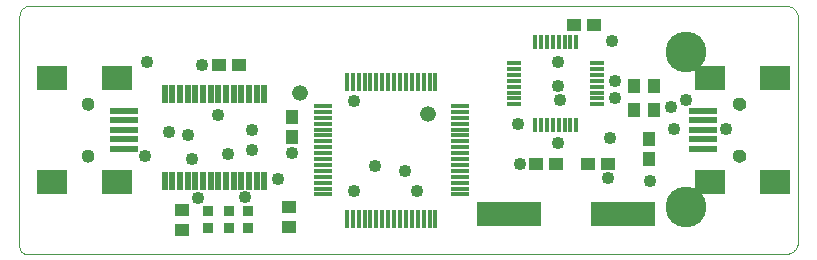
<source format=gts>
G75*
%MOIN*%
%OFA0B0*%
%FSLAX24Y24*%
%IPPOS*%
%LPD*%
%AMOC8*
5,1,8,0,0,1.08239X$1,22.5*
%
%ADD10C,0.0000*%
%ADD11R,0.0444X0.0483*%
%ADD12R,0.0483X0.0444*%
%ADD13R,0.0365X0.0365*%
%ADD14R,0.0187X0.0600*%
%ADD15R,0.0168X0.0601*%
%ADD16R,0.0601X0.0168*%
%ADD17R,0.0995X0.0837*%
%ADD18R,0.0959X0.0247*%
%ADD19C,0.0444*%
%ADD20R,0.2150X0.0810*%
%ADD21R,0.0150X0.0500*%
%ADD22R,0.0500X0.0150*%
%ADD23C,0.1360*%
%ADD24C,0.0426*%
%ADD25C,0.0522*%
D10*
X000872Y000527D02*
X026208Y000527D01*
X026208Y000528D02*
X026246Y000530D01*
X026283Y000535D01*
X026320Y000545D01*
X026356Y000557D01*
X026390Y000574D01*
X026422Y000593D01*
X026453Y000616D01*
X026481Y000641D01*
X026506Y000669D01*
X026529Y000700D01*
X026548Y000732D01*
X026565Y000766D01*
X026577Y000802D01*
X026587Y000839D01*
X026592Y000876D01*
X026594Y000914D01*
X026594Y008399D01*
X026592Y008438D01*
X026586Y008476D01*
X026577Y008514D01*
X026564Y008551D01*
X026547Y008586D01*
X026527Y008619D01*
X026504Y008650D01*
X026478Y008679D01*
X026449Y008705D01*
X026418Y008728D01*
X026385Y008748D01*
X026350Y008765D01*
X026313Y008778D01*
X026275Y008787D01*
X026237Y008793D01*
X026198Y008795D01*
X000984Y008795D01*
X000949Y008793D01*
X000915Y008788D01*
X000881Y008779D01*
X000848Y008766D01*
X000817Y008750D01*
X000788Y008731D01*
X000761Y008709D01*
X000736Y008684D01*
X000714Y008657D01*
X000695Y008628D01*
X000679Y008597D01*
X000666Y008564D01*
X000657Y008530D01*
X000652Y008496D01*
X000650Y008461D01*
X000649Y008461D02*
X000649Y000750D01*
X000651Y000721D01*
X000657Y000692D01*
X000666Y000665D01*
X000679Y000639D01*
X000695Y000614D01*
X000714Y000592D01*
X000736Y000573D01*
X000760Y000557D01*
X000787Y000544D01*
X000814Y000535D01*
X000843Y000529D01*
X000872Y000527D01*
X002721Y003795D02*
X002723Y003822D01*
X002729Y003849D01*
X002738Y003875D01*
X002751Y003899D01*
X002767Y003922D01*
X002786Y003941D01*
X002808Y003958D01*
X002832Y003972D01*
X002857Y003982D01*
X002884Y003989D01*
X002911Y003992D01*
X002939Y003991D01*
X002966Y003986D01*
X002992Y003978D01*
X003016Y003966D01*
X003039Y003950D01*
X003060Y003932D01*
X003077Y003911D01*
X003092Y003887D01*
X003103Y003862D01*
X003111Y003836D01*
X003115Y003809D01*
X003115Y003781D01*
X003111Y003754D01*
X003103Y003728D01*
X003092Y003703D01*
X003077Y003679D01*
X003060Y003658D01*
X003039Y003640D01*
X003017Y003624D01*
X002992Y003612D01*
X002966Y003604D01*
X002939Y003599D01*
X002911Y003598D01*
X002884Y003601D01*
X002857Y003608D01*
X002832Y003618D01*
X002808Y003632D01*
X002786Y003649D01*
X002767Y003668D01*
X002751Y003691D01*
X002738Y003715D01*
X002729Y003741D01*
X002723Y003768D01*
X002721Y003795D01*
X002721Y005527D02*
X002723Y005554D01*
X002729Y005581D01*
X002738Y005607D01*
X002751Y005631D01*
X002767Y005654D01*
X002786Y005673D01*
X002808Y005690D01*
X002832Y005704D01*
X002857Y005714D01*
X002884Y005721D01*
X002911Y005724D01*
X002939Y005723D01*
X002966Y005718D01*
X002992Y005710D01*
X003016Y005698D01*
X003039Y005682D01*
X003060Y005664D01*
X003077Y005643D01*
X003092Y005619D01*
X003103Y005594D01*
X003111Y005568D01*
X003115Y005541D01*
X003115Y005513D01*
X003111Y005486D01*
X003103Y005460D01*
X003092Y005435D01*
X003077Y005411D01*
X003060Y005390D01*
X003039Y005372D01*
X003017Y005356D01*
X002992Y005344D01*
X002966Y005336D01*
X002939Y005331D01*
X002911Y005330D01*
X002884Y005333D01*
X002857Y005340D01*
X002832Y005350D01*
X002808Y005364D01*
X002786Y005381D01*
X002767Y005400D01*
X002751Y005423D01*
X002738Y005447D01*
X002729Y005473D01*
X002723Y005500D01*
X002721Y005527D01*
X024452Y005527D02*
X024454Y005554D01*
X024460Y005581D01*
X024469Y005607D01*
X024482Y005631D01*
X024498Y005654D01*
X024517Y005673D01*
X024539Y005690D01*
X024563Y005704D01*
X024588Y005714D01*
X024615Y005721D01*
X024642Y005724D01*
X024670Y005723D01*
X024697Y005718D01*
X024723Y005710D01*
X024747Y005698D01*
X024770Y005682D01*
X024791Y005664D01*
X024808Y005643D01*
X024823Y005619D01*
X024834Y005594D01*
X024842Y005568D01*
X024846Y005541D01*
X024846Y005513D01*
X024842Y005486D01*
X024834Y005460D01*
X024823Y005435D01*
X024808Y005411D01*
X024791Y005390D01*
X024770Y005372D01*
X024748Y005356D01*
X024723Y005344D01*
X024697Y005336D01*
X024670Y005331D01*
X024642Y005330D01*
X024615Y005333D01*
X024588Y005340D01*
X024563Y005350D01*
X024539Y005364D01*
X024517Y005381D01*
X024498Y005400D01*
X024482Y005423D01*
X024469Y005447D01*
X024460Y005473D01*
X024454Y005500D01*
X024452Y005527D01*
X024452Y003795D02*
X024454Y003822D01*
X024460Y003849D01*
X024469Y003875D01*
X024482Y003899D01*
X024498Y003922D01*
X024517Y003941D01*
X024539Y003958D01*
X024563Y003972D01*
X024588Y003982D01*
X024615Y003989D01*
X024642Y003992D01*
X024670Y003991D01*
X024697Y003986D01*
X024723Y003978D01*
X024747Y003966D01*
X024770Y003950D01*
X024791Y003932D01*
X024808Y003911D01*
X024823Y003887D01*
X024834Y003862D01*
X024842Y003836D01*
X024846Y003809D01*
X024846Y003781D01*
X024842Y003754D01*
X024834Y003728D01*
X024823Y003703D01*
X024808Y003679D01*
X024791Y003658D01*
X024770Y003640D01*
X024748Y003624D01*
X024723Y003612D01*
X024697Y003604D01*
X024670Y003599D01*
X024642Y003598D01*
X024615Y003601D01*
X024588Y003608D01*
X024563Y003618D01*
X024539Y003632D01*
X024517Y003649D01*
X024498Y003668D01*
X024482Y003691D01*
X024469Y003715D01*
X024460Y003741D01*
X024454Y003768D01*
X024452Y003795D01*
D11*
X021649Y003698D03*
X021649Y004367D03*
X021803Y005324D03*
X021134Y005324D03*
X021134Y006121D03*
X021803Y006121D03*
X009748Y005078D03*
X009748Y004408D03*
D12*
X009649Y002080D03*
X009649Y001410D03*
X006071Y001332D03*
X006071Y002001D03*
X017874Y003520D03*
X018543Y003520D03*
X019606Y003520D03*
X020275Y003520D03*
X007962Y006836D03*
X007293Y006836D03*
X019134Y008165D03*
X019803Y008165D03*
D13*
X008274Y001961D03*
X007649Y001961D03*
X006946Y001961D03*
X006946Y001371D03*
X007649Y001371D03*
X008274Y001371D03*
D14*
X008301Y002963D03*
X008045Y002963D03*
X007789Y002963D03*
X007533Y002963D03*
X007277Y002963D03*
X007022Y002963D03*
X006766Y002963D03*
X006510Y002963D03*
X006254Y002963D03*
X005998Y002963D03*
X005742Y002963D03*
X005486Y002963D03*
X008557Y002963D03*
X008813Y002963D03*
X008813Y005842D03*
X008557Y005842D03*
X008301Y005842D03*
X008045Y005842D03*
X007789Y005842D03*
X007533Y005842D03*
X007277Y005842D03*
X007022Y005842D03*
X006766Y005842D03*
X006510Y005842D03*
X006254Y005842D03*
X005998Y005842D03*
X005742Y005842D03*
X005486Y005842D03*
D15*
X011562Y006265D03*
X011759Y006265D03*
X011956Y006265D03*
X012152Y006265D03*
X012349Y006265D03*
X012546Y006265D03*
X012743Y006265D03*
X012940Y006265D03*
X013137Y006265D03*
X013334Y006265D03*
X013530Y006265D03*
X013727Y006265D03*
X013924Y006265D03*
X014121Y006265D03*
X014318Y006265D03*
X014515Y006265D03*
X014515Y001698D03*
X014318Y001698D03*
X014121Y001698D03*
X013924Y001698D03*
X013727Y001698D03*
X013530Y001698D03*
X013334Y001698D03*
X013137Y001698D03*
X012940Y001698D03*
X012743Y001698D03*
X012546Y001698D03*
X012349Y001698D03*
X012152Y001698D03*
X011956Y001698D03*
X011759Y001698D03*
X011562Y001698D03*
D16*
X010755Y002505D03*
X010755Y002702D03*
X010755Y002899D03*
X010755Y003095D03*
X010755Y003292D03*
X010755Y003489D03*
X010755Y003686D03*
X010755Y003883D03*
X010755Y004080D03*
X010755Y004276D03*
X010755Y004473D03*
X010755Y004670D03*
X010755Y004867D03*
X010755Y005064D03*
X010755Y005261D03*
X010755Y005458D03*
X015322Y005458D03*
X015322Y005261D03*
X015322Y005064D03*
X015322Y004867D03*
X015322Y004670D03*
X015322Y004473D03*
X015322Y004276D03*
X015322Y004080D03*
X015322Y003883D03*
X015322Y003686D03*
X015322Y003489D03*
X015322Y003292D03*
X015322Y003095D03*
X015322Y002899D03*
X015322Y002702D03*
X015322Y002505D03*
D17*
X023664Y002929D03*
X025830Y002929D03*
X025830Y006394D03*
X023664Y006394D03*
X003902Y006394D03*
X001737Y006394D03*
X001737Y002929D03*
X003902Y002929D03*
D18*
X004124Y004031D03*
X004124Y004346D03*
X004124Y004661D03*
X004124Y004976D03*
X004124Y005291D03*
X023442Y005291D03*
X023442Y004976D03*
X023442Y004661D03*
X023442Y004346D03*
X023442Y004031D03*
D19*
X024649Y003795D03*
X024649Y005527D03*
X002918Y005527D03*
X002918Y003795D03*
D20*
X016976Y001837D03*
X020776Y001837D03*
D21*
X019212Y004819D03*
X019016Y004819D03*
X018819Y004819D03*
X018622Y004819D03*
X018425Y004819D03*
X018228Y004819D03*
X018031Y004819D03*
X017835Y004819D03*
X017835Y007575D03*
X018031Y007575D03*
X018228Y007575D03*
X018425Y007575D03*
X018622Y007575D03*
X018819Y007575D03*
X019016Y007575D03*
X019212Y007575D03*
D22*
X019901Y006886D03*
X019901Y006689D03*
X019901Y006492D03*
X019901Y006295D03*
X019901Y006098D03*
X019901Y005901D03*
X019901Y005705D03*
X019901Y005508D03*
X017146Y005508D03*
X017146Y005705D03*
X017146Y005901D03*
X017146Y006098D03*
X017146Y006295D03*
X017146Y006492D03*
X017146Y006689D03*
X017146Y006886D03*
D23*
X022854Y007246D03*
X022854Y002076D03*
D24*
X021673Y002968D03*
X020256Y003047D03*
X017342Y003520D03*
X018602Y004228D03*
X020335Y004386D03*
X022461Y004701D03*
X024193Y004701D03*
X022382Y005409D03*
X022854Y005646D03*
X020492Y005724D03*
X020492Y006275D03*
X018602Y006118D03*
X018681Y005646D03*
X017264Y004858D03*
X013484Y003283D03*
X012511Y003462D03*
X011807Y002606D03*
X013903Y002606D03*
X009741Y003893D03*
X008399Y003981D03*
X007603Y003856D03*
X006399Y003699D03*
X004825Y003777D03*
X006274Y004481D03*
X005621Y004601D03*
X007274Y005152D03*
X008399Y004652D03*
X011788Y005625D03*
X006749Y006806D03*
X004901Y006905D03*
X009269Y003026D03*
X008163Y002406D03*
X006591Y002397D03*
X018602Y006905D03*
X020413Y007614D03*
D25*
X014272Y005173D03*
X010011Y005875D03*
M02*

</source>
